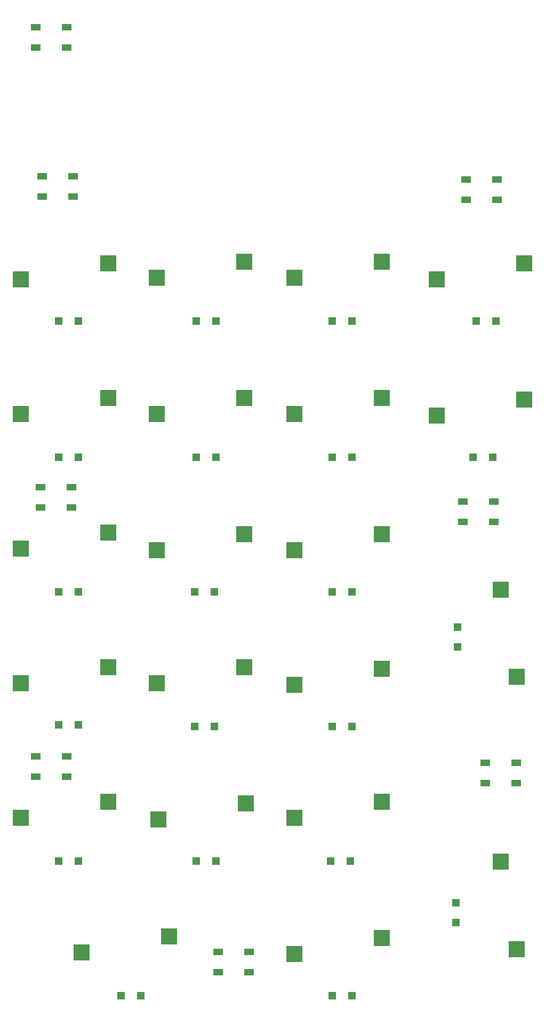
<source format=gbp>
G04 #@! TF.GenerationSoftware,KiCad,Pcbnew,(5.1.6)-1*
G04 #@! TF.CreationDate,2020-06-08T17:18:55+12:00*
G04 #@! TF.ProjectId,discipad-pcb,64697363-6970-4616-942d-7063622e6b69,rev?*
G04 #@! TF.SameCoordinates,Original*
G04 #@! TF.FileFunction,Paste,Bot*
G04 #@! TF.FilePolarity,Positive*
%FSLAX46Y46*%
G04 Gerber Fmt 4.6, Leading zero omitted, Abs format (unit mm)*
G04 Created by KiCad (PCBNEW (5.1.6)-1) date 2020-06-08 17:18:55*
%MOMM*%
%LPD*%
G01*
G04 APERTURE LIST*
%ADD10R,2.550000X2.500000*%
%ADD11R,2.500000X2.550000*%
%ADD12R,1.500000X1.000000*%
%ADD13R,1.200000X1.200000*%
G04 APERTURE END LIST*
D10*
X2652493Y-60250493D03*
X16502493Y-57710493D03*
X68692493Y-81840493D03*
X82542493Y-79300493D03*
D11*
X78828493Y-109379493D03*
X81368493Y-123229493D03*
X78792493Y-152512493D03*
X81332493Y-166362493D03*
D10*
X46086493Y-167184493D03*
X59936493Y-164644493D03*
X46086493Y-124512493D03*
X59936493Y-121972493D03*
X46086493Y-103176493D03*
X59936493Y-100636493D03*
X46086493Y-81586493D03*
X59936493Y-79046493D03*
X46086493Y-59996493D03*
X59936493Y-57456493D03*
X24496493Y-145848493D03*
X38346493Y-143308493D03*
X24242493Y-124258493D03*
X38092493Y-121718493D03*
X24242493Y-103176493D03*
X38092493Y-100636493D03*
X24242493Y-81586493D03*
X38092493Y-79046493D03*
X2652493Y-145594493D03*
X16502493Y-143054493D03*
X12304493Y-166930493D03*
X26154493Y-164390493D03*
X46086493Y-145594493D03*
X59936493Y-143054493D03*
X2652493Y-124258493D03*
X16502493Y-121718493D03*
X2652493Y-102922493D03*
X16502493Y-100382493D03*
X2652493Y-81586493D03*
X16502493Y-79046493D03*
X24242493Y-59996493D03*
X38092493Y-57456493D03*
X68692493Y-60250493D03*
X82542493Y-57710493D03*
D12*
X5730493Y-96394493D03*
X5730493Y-93194493D03*
X10630493Y-96394493D03*
X10630493Y-93194493D03*
X5984493Y-47118493D03*
X5984493Y-43918493D03*
X10884493Y-47118493D03*
X10884493Y-43918493D03*
X4968493Y-139066493D03*
X4968493Y-135866493D03*
X9868493Y-139066493D03*
X9868493Y-135866493D03*
X4968493Y-23496493D03*
X4968493Y-20296493D03*
X9868493Y-23496493D03*
X9868493Y-20296493D03*
X73294493Y-47626493D03*
X73294493Y-44426493D03*
X78194493Y-47626493D03*
X78194493Y-44426493D03*
X33924493Y-170054493D03*
X33924493Y-166854493D03*
X38824493Y-170054493D03*
X38824493Y-166854493D03*
X72786493Y-98680493D03*
X72786493Y-95480493D03*
X77686493Y-98680493D03*
X77686493Y-95480493D03*
X76342493Y-140082493D03*
X76342493Y-136882493D03*
X81242493Y-140082493D03*
X81242493Y-136882493D03*
D13*
X74931493Y-66854493D03*
X78081493Y-66854493D03*
X52071493Y-66854493D03*
X55221493Y-66854493D03*
X30481493Y-66854493D03*
X33631493Y-66854493D03*
X8637493Y-66854493D03*
X11787493Y-66854493D03*
X11787493Y-88444493D03*
X8637493Y-88444493D03*
X33631493Y-88444493D03*
X30481493Y-88444493D03*
X55221493Y-88444493D03*
X52071493Y-88444493D03*
X77573493Y-88444493D03*
X74423493Y-88444493D03*
X8637493Y-109780493D03*
X11787493Y-109780493D03*
X33377493Y-109780493D03*
X30227493Y-109780493D03*
X55221493Y-109780493D03*
X52071493Y-109780493D03*
X11787493Y-130862493D03*
X8637493Y-130862493D03*
X33377493Y-131116493D03*
X30227493Y-131116493D03*
X52071493Y-131116493D03*
X55221493Y-131116493D03*
X71934493Y-115317493D03*
X71934493Y-118467493D03*
X8637493Y-152452493D03*
X11787493Y-152452493D03*
X33631493Y-152452493D03*
X30481493Y-152452493D03*
X51817493Y-152452493D03*
X54967493Y-152452493D03*
X18543493Y-173788493D03*
X21693493Y-173788493D03*
X52071493Y-173788493D03*
X55221493Y-173788493D03*
X71680493Y-159005493D03*
X71680493Y-162155493D03*
M02*

</source>
